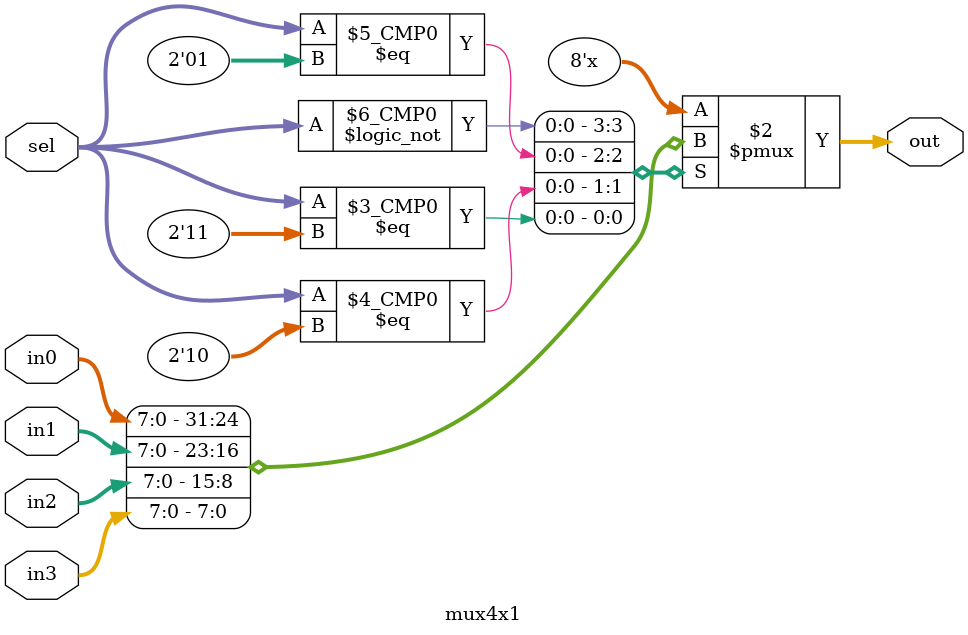
<source format=v>
`timescale 1ns/100ps
module mux4x1(in0, in1, in2, in3, out, sel);

input [7:0] in0, in1, in2, in3;
input [1:0] sel;
output reg [7:0] out;

always @ (in0, in1, in2, in3, sel)
begin
   case(sel)
       2'b00 : #1 out = in0;
       2'b01 : #1 out = in1;
       2'b10 : #1 out = in2;
       2'b11 : #1 out = in3;
   endcase
end
  
endmodule
</source>
